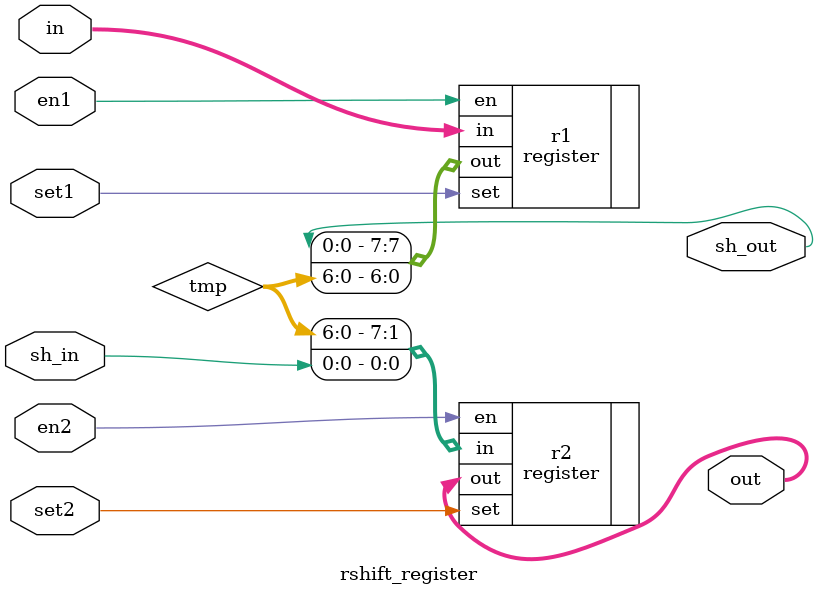
<source format=v>
`include "register.v"

module rshift_register #(parameter SIZE = 8)(
    input sh_in,
    input set1, en1,
    input set2, en2,
    input [SIZE-1:0] in,
    output [SIZE-1:0] out,
    output sh_out
);
    wire [SIZE-2:0] tmp;

    // Create a shift register with a right shift operation
    register #(.WIDTH(8)) r1(.in(in), .out({sh_out, tmp}), .en(en1), .set(set1));
    register #(.WIDTH(8)) r2(.in({tmp, sh_in}), .out(out), .en(en2), .set(set2));

endmodule

</source>
